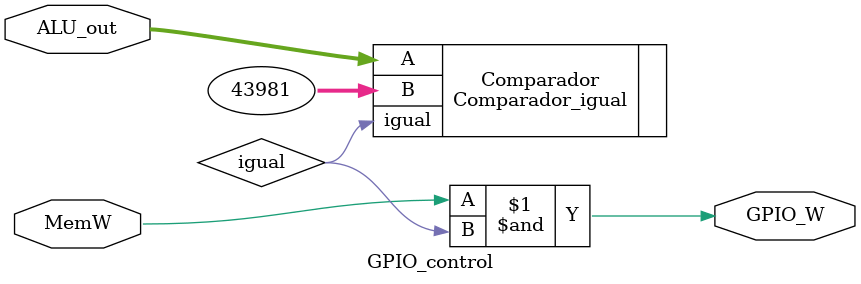
<source format=v>
`timescale 1ns / 1ps

/*
Funcionalidad: módulo encargado de controlar la captura y escritura de datos en el 
					GPIO, cuando estos se direccionan a 0xABCD

Entradas:
- MemW: señal proveniente de la UC que indica que se trata de una instrucción Store
- ALU_out: entrada de 32 bits que corresponde a la salida de la ALU, que contiene la 
			  dirección en la que se desea hacer escritura

Salidas:
- GPIO_W: señal de control que indica si se desea escribir el dato en el GPIO en lugar
			 que en memoria

Razón de uso: se implementó este módulo para verificar cuando se cumplen las condiciones
				  necesarias para la escritura en el GPIO, es decir, cuando la instrucción sea
				  un Store y el dato se direccione a 0xABCD, para habilitar la escritura en el
				  GPIO y deshabilitar la escritura en memoria
*/

module GPIO_control(
	input MemW,
	input [31:0] ALU_out,
	output GPIO_W
    );

	wire igual;
	
	Comparador_igual Comparador (
    .A(ALU_out), 
    .B(32'h0000ABCD), 
    .igual(igual)
    );
	
	assign GPIO_W = (MemW & igual);

endmodule

</source>
